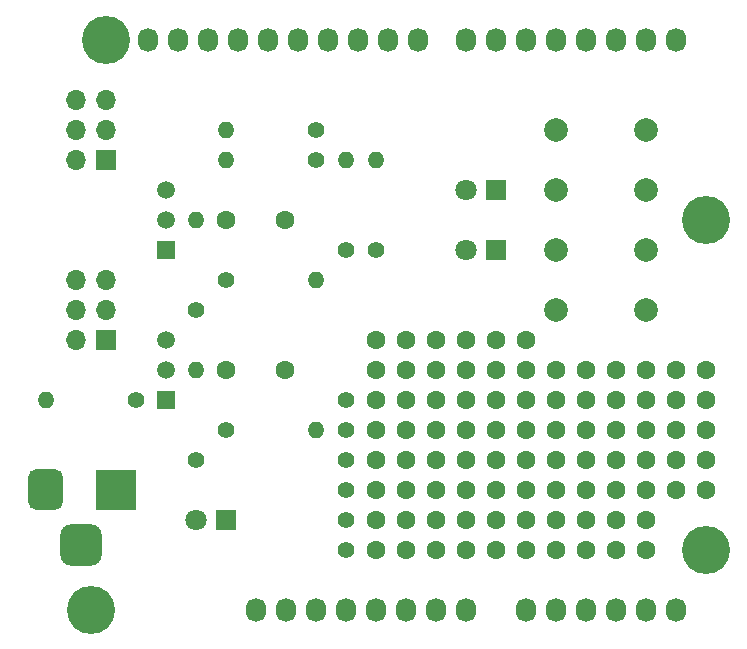
<source format=gbs>
%TF.GenerationSoftware,KiCad,Pcbnew,(5.1.6)-1*%
%TF.CreationDate,2020-05-24T18:00:00+09:00*%
%TF.ProjectId,BeadsEe,42656164-7345-4652-9e6b-696361645f70,Rev.1.0*%
%TF.SameCoordinates,Original*%
%TF.FileFunction,Soldermask,Bot*%
%TF.FilePolarity,Negative*%
%FSLAX46Y46*%
G04 Gerber Fmt 4.6, Leading zero omitted, Abs format (unit mm)*
G04 Created by KiCad (PCBNEW (5.1.6)-1) date 2020-05-24 18:00:00*
%MOMM*%
%LPD*%
G01*
G04 APERTURE LIST*
%ADD10C,1.600000*%
%ADD11C,1.400000*%
%ADD12O,1.400000X1.400000*%
%ADD13C,1.800000*%
%ADD14R,1.800000X1.800000*%
%ADD15R,1.500000X1.500000*%
%ADD16C,1.500000*%
%ADD17C,2.000000*%
%ADD18O,1.700000X1.700000*%
%ADD19R,1.700000X1.700000*%
%ADD20R,3.500000X3.500000*%
%ADD21O,1.727200X2.032000*%
%ADD22C,4.064000*%
G04 APERTURE END LIST*
D10*
%TO.C,TP4*%
X177038000Y-113665000D03*
%TD*%
%TO.C,TP4*%
X174498000Y-113665000D03*
%TD*%
%TO.C,TP4*%
X171958000Y-113665000D03*
%TD*%
%TO.C,TP4*%
X177038000Y-111125000D03*
%TD*%
%TO.C,TP4*%
X174498000Y-111125000D03*
%TD*%
%TO.C,TP4*%
X171958000Y-111125000D03*
%TD*%
%TO.C,TP4*%
X177038000Y-108585000D03*
%TD*%
%TO.C,TP4*%
X174498000Y-108585000D03*
%TD*%
%TO.C,TP4*%
X171958000Y-108585000D03*
%TD*%
%TO.C,TP4*%
X177038000Y-106045000D03*
%TD*%
%TO.C,TP4*%
X174498000Y-106045000D03*
%TD*%
%TO.C,TP4*%
X171958000Y-106045000D03*
%TD*%
%TO.C,TP4*%
X177038000Y-103505000D03*
%TD*%
%TO.C,TP4*%
X174498000Y-103505000D03*
%TD*%
%TO.C,TP4*%
X171958000Y-118745000D03*
%TD*%
%TO.C,TP4*%
X169418000Y-118745000D03*
%TD*%
%TO.C,TP4*%
X166878000Y-118745000D03*
%TD*%
%TO.C,TP4*%
X164338000Y-118745000D03*
%TD*%
%TO.C,TP4*%
X171958000Y-116205000D03*
%TD*%
%TO.C,TP4*%
X169418000Y-116205000D03*
%TD*%
%TO.C,TP4*%
X166878000Y-116205000D03*
%TD*%
%TO.C,TP4*%
X164338000Y-116205000D03*
%TD*%
%TO.C,TP4*%
X169418000Y-113665000D03*
%TD*%
%TO.C,TP4*%
X166878000Y-113665000D03*
%TD*%
%TO.C,TP4*%
X164338000Y-113665000D03*
%TD*%
%TO.C,TP4*%
X169418000Y-111125000D03*
%TD*%
%TO.C,TP4*%
X166878000Y-111125000D03*
%TD*%
%TO.C,TP4*%
X164338000Y-111125000D03*
%TD*%
%TO.C,TP4*%
X169418000Y-108585000D03*
%TD*%
%TO.C,TP4*%
X166878000Y-108585000D03*
%TD*%
%TO.C,TP4*%
X164338000Y-108585000D03*
%TD*%
%TO.C,TP4*%
X169418000Y-106045000D03*
%TD*%
%TO.C,TP4*%
X166878000Y-106045000D03*
%TD*%
%TO.C,TP4*%
X164338000Y-106045000D03*
%TD*%
%TO.C,TP4*%
X171958000Y-103505000D03*
%TD*%
%TO.C,TP4*%
X169418000Y-103505000D03*
%TD*%
%TO.C,TP4*%
X166878000Y-103505000D03*
%TD*%
%TO.C,TP4*%
X164338000Y-103505000D03*
%TD*%
%TO.C,TP4*%
X149098000Y-100965000D03*
%TD*%
%TO.C,TP4*%
X161798000Y-118745000D03*
%TD*%
%TO.C,TP4*%
X159258000Y-118745000D03*
%TD*%
%TO.C,TP4*%
X156718000Y-118745000D03*
%TD*%
%TO.C,TP4*%
X154178000Y-118745000D03*
%TD*%
%TO.C,TP4*%
X151638000Y-118745000D03*
%TD*%
%TO.C,TP4*%
X149098000Y-118745000D03*
%TD*%
%TO.C,TP4*%
X161798000Y-116205000D03*
%TD*%
%TO.C,TP4*%
X159258000Y-116205000D03*
%TD*%
%TO.C,TP4*%
X156718000Y-116205000D03*
%TD*%
%TO.C,TP4*%
X154178000Y-116205000D03*
%TD*%
%TO.C,TP4*%
X151638000Y-116205000D03*
%TD*%
%TO.C,TP4*%
X149098000Y-116205000D03*
%TD*%
%TO.C,TP4*%
X161798000Y-113665000D03*
%TD*%
%TO.C,TP4*%
X159258000Y-113665000D03*
%TD*%
%TO.C,TP4*%
X156718000Y-113665000D03*
%TD*%
%TO.C,TP4*%
X154178000Y-113665000D03*
%TD*%
%TO.C,TP4*%
X151638000Y-113665000D03*
%TD*%
%TO.C,TP4*%
X149098000Y-113665000D03*
%TD*%
%TO.C,TP4*%
X161798000Y-111125000D03*
%TD*%
%TO.C,TP4*%
X159258000Y-111125000D03*
%TD*%
%TO.C,TP4*%
X156718000Y-111125000D03*
%TD*%
%TO.C,TP4*%
X154178000Y-111125000D03*
%TD*%
%TO.C,TP4*%
X151638000Y-111125000D03*
%TD*%
%TO.C,TP4*%
X149098000Y-111125000D03*
%TD*%
%TO.C,TP4*%
X161798000Y-108585000D03*
%TD*%
%TO.C,TP4*%
X159258000Y-108585000D03*
%TD*%
%TO.C,TP4*%
X156718000Y-108585000D03*
%TD*%
%TO.C,TP4*%
X154178000Y-108585000D03*
%TD*%
%TO.C,TP4*%
X151638000Y-108585000D03*
%TD*%
%TO.C,TP4*%
X149098000Y-108585000D03*
%TD*%
%TO.C,TP4*%
X161798000Y-106045000D03*
%TD*%
%TO.C,TP4*%
X159258000Y-106045000D03*
%TD*%
%TO.C,TP4*%
X156718000Y-106045000D03*
%TD*%
%TO.C,TP4*%
X154178000Y-106045000D03*
%TD*%
%TO.C,TP4*%
X151638000Y-106045000D03*
%TD*%
%TO.C,TP4*%
X149098000Y-106045000D03*
%TD*%
%TO.C,TP4*%
X161798000Y-103505000D03*
%TD*%
%TO.C,TP4*%
X159258000Y-103505000D03*
%TD*%
%TO.C,TP4*%
X156718000Y-103505000D03*
%TD*%
%TO.C,TP4*%
X154178000Y-103505000D03*
%TD*%
%TO.C,TP4*%
X151638000Y-103505000D03*
%TD*%
%TO.C,TP4*%
X149098000Y-103505000D03*
%TD*%
%TO.C,TP4*%
X161798000Y-100965000D03*
%TD*%
%TO.C,TP4*%
X159258000Y-100965000D03*
%TD*%
%TO.C,TP4*%
X156718000Y-100965000D03*
%TD*%
%TO.C,TP4*%
X154178000Y-100965000D03*
%TD*%
%TO.C,TP4*%
X151638000Y-100965000D03*
%TD*%
D11*
%TO.C,TP1*%
X146558000Y-111125000D03*
X146558000Y-113665000D03*
%TD*%
%TO.C,TP3*%
X146558000Y-106045000D03*
X146558000Y-108585000D03*
%TD*%
%TO.C,TP2*%
X146558000Y-116205000D03*
X146558000Y-118745000D03*
%TD*%
D12*
%TO.C,R9*%
X121158000Y-106045000D03*
D11*
X128778000Y-106045000D03*
%TD*%
D13*
%TO.C,D3*%
X133858000Y-116205000D03*
D14*
X136398000Y-116205000D03*
%TD*%
D15*
%TO.C,Q2*%
X131318000Y-93345000D03*
D16*
X131318000Y-88265000D03*
X131318000Y-90805000D03*
%TD*%
D15*
%TO.C,Q1*%
X131318000Y-106045000D03*
D16*
X131318000Y-100965000D03*
X131318000Y-103505000D03*
%TD*%
D17*
%TO.C,SW2*%
X171958000Y-93345000D03*
X171958000Y-98425000D03*
X164338000Y-93345000D03*
X164338000Y-98425000D03*
%TD*%
%TO.C,SW1*%
X171958000Y-83185000D03*
X171958000Y-88265000D03*
X164338000Y-83185000D03*
X164338000Y-88265000D03*
%TD*%
D12*
%TO.C,R8*%
X136398000Y-85725000D03*
D11*
X144018000Y-85725000D03*
%TD*%
D12*
%TO.C,R7*%
X136398000Y-83185000D03*
D11*
X144018000Y-83185000D03*
%TD*%
D12*
%TO.C,R6*%
X133858000Y-90805000D03*
D11*
X133858000Y-98425000D03*
%TD*%
D12*
%TO.C,R5*%
X133858000Y-103505000D03*
D11*
X133858000Y-111125000D03*
%TD*%
D12*
%TO.C,R4*%
X144018000Y-95885000D03*
D11*
X136398000Y-95885000D03*
%TD*%
D12*
%TO.C,R3*%
X144018000Y-108585000D03*
D11*
X136398000Y-108585000D03*
%TD*%
D12*
%TO.C,R2*%
X149098000Y-85725000D03*
D11*
X149098000Y-93345000D03*
%TD*%
D12*
%TO.C,R1*%
X146558000Y-85725000D03*
D11*
X146558000Y-93345000D03*
%TD*%
D18*
%TO.C,J4*%
X123698000Y-80645000D03*
X126238000Y-80645000D03*
X123698000Y-83185000D03*
X126238000Y-83185000D03*
X123698000Y-85725000D03*
D19*
X126238000Y-85725000D03*
%TD*%
%TO.C,J2*%
G36*
G01*
X122408000Y-119240000D02*
X122408000Y-117490000D01*
G75*
G02*
X123283000Y-116615000I875000J0D01*
G01*
X125033000Y-116615000D01*
G75*
G02*
X125908000Y-117490000I0J-875000D01*
G01*
X125908000Y-119240000D01*
G75*
G02*
X125033000Y-120115000I-875000J0D01*
G01*
X123283000Y-120115000D01*
G75*
G02*
X122408000Y-119240000I0J875000D01*
G01*
G37*
G36*
G01*
X119658000Y-114665000D02*
X119658000Y-112665000D01*
G75*
G02*
X120408000Y-111915000I750000J0D01*
G01*
X121908000Y-111915000D01*
G75*
G02*
X122658000Y-112665000I0J-750000D01*
G01*
X122658000Y-114665000D01*
G75*
G02*
X121908000Y-115415000I-750000J0D01*
G01*
X120408000Y-115415000D01*
G75*
G02*
X119658000Y-114665000I0J750000D01*
G01*
G37*
D20*
X127158000Y-113665000D03*
%TD*%
D18*
%TO.C,J1*%
X123698000Y-95885000D03*
X126238000Y-95885000D03*
X123698000Y-98425000D03*
X126238000Y-98425000D03*
X123698000Y-100965000D03*
D19*
X126238000Y-100965000D03*
%TD*%
D13*
%TO.C,D2*%
X156718000Y-88265000D03*
D14*
X159258000Y-88265000D03*
%TD*%
D13*
%TO.C,D1*%
X156718000Y-93345000D03*
D14*
X159258000Y-93345000D03*
%TD*%
D10*
%TO.C,C2*%
X141398000Y-90805000D03*
X136398000Y-90805000D03*
%TD*%
%TO.C,C1*%
X141398000Y-103505000D03*
X136398000Y-103505000D03*
%TD*%
D21*
%TO.C,P1*%
X138938000Y-123825000D03*
X141478000Y-123825000D03*
X144018000Y-123825000D03*
X146558000Y-123825000D03*
X149098000Y-123825000D03*
X151638000Y-123825000D03*
X154178000Y-123825000D03*
X156718000Y-123825000D03*
%TD*%
%TO.C,P2*%
X161798000Y-123825000D03*
X164338000Y-123825000D03*
X166878000Y-123825000D03*
X169418000Y-123825000D03*
X171958000Y-123825000D03*
X174498000Y-123825000D03*
%TD*%
%TO.C,P3*%
X129794000Y-75565000D03*
X132334000Y-75565000D03*
X134874000Y-75565000D03*
X137414000Y-75565000D03*
X139954000Y-75565000D03*
X142494000Y-75565000D03*
X145034000Y-75565000D03*
X147574000Y-75565000D03*
X150114000Y-75565000D03*
X152654000Y-75565000D03*
%TD*%
%TO.C,P4*%
X156718000Y-75565000D03*
X159258000Y-75565000D03*
X161798000Y-75565000D03*
X164338000Y-75565000D03*
X166878000Y-75565000D03*
X169418000Y-75565000D03*
X171958000Y-75565000D03*
X174498000Y-75565000D03*
%TD*%
D22*
%TO.C,P5*%
X124968000Y-123825000D03*
%TD*%
%TO.C,P6*%
X177038000Y-118745000D03*
%TD*%
%TO.C,P7*%
X126238000Y-75565000D03*
%TD*%
%TO.C,P8*%
X177038000Y-90805000D03*
%TD*%
M02*

</source>
